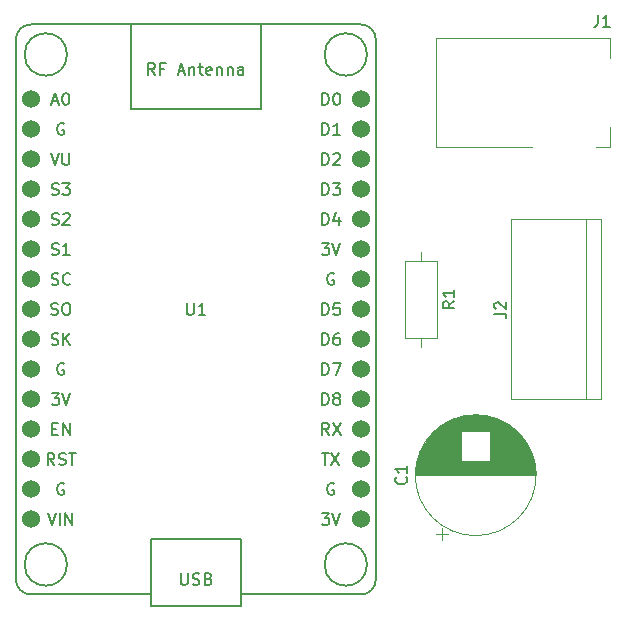
<source format=gbr>
%TF.GenerationSoftware,KiCad,Pcbnew,6.0.11-2627ca5db0~126~ubuntu22.04.1*%
%TF.CreationDate,2023-09-07T22:45:24+02:00*%
%TF.ProjectId,pcb,7063622e-6b69-4636-9164-5f7063625858,rev?*%
%TF.SameCoordinates,Original*%
%TF.FileFunction,Legend,Top*%
%TF.FilePolarity,Positive*%
%FSLAX46Y46*%
G04 Gerber Fmt 4.6, Leading zero omitted, Abs format (unit mm)*
G04 Created by KiCad (PCBNEW 6.0.11-2627ca5db0~126~ubuntu22.04.1) date 2023-09-07 22:45:24*
%MOMM*%
%LPD*%
G01*
G04 APERTURE LIST*
%ADD10C,0.150000*%
%ADD11C,0.120000*%
%ADD12C,1.524000*%
G04 APERTURE END LIST*
D10*
%TO.C,R1*%
X90472380Y-113611666D02*
X89996190Y-113945000D01*
X90472380Y-114183095D02*
X89472380Y-114183095D01*
X89472380Y-113802142D01*
X89520000Y-113706904D01*
X89567619Y-113659285D01*
X89662857Y-113611666D01*
X89805714Y-113611666D01*
X89900952Y-113659285D01*
X89948571Y-113706904D01*
X89996190Y-113802142D01*
X89996190Y-114183095D01*
X90472380Y-112659285D02*
X90472380Y-113230714D01*
X90472380Y-112945000D02*
X89472380Y-112945000D01*
X89615238Y-113040238D01*
X89710476Y-113135476D01*
X89758095Y-113230714D01*
%TO.C,J2*%
X93862380Y-114663333D02*
X94576666Y-114663333D01*
X94719523Y-114710952D01*
X94814761Y-114806190D01*
X94862380Y-114949047D01*
X94862380Y-115044285D01*
X93957619Y-114234761D02*
X93910000Y-114187142D01*
X93862380Y-114091904D01*
X93862380Y-113853809D01*
X93910000Y-113758571D01*
X93957619Y-113710952D01*
X94052857Y-113663333D01*
X94148095Y-113663333D01*
X94290952Y-113710952D01*
X94862380Y-114282380D01*
X94862380Y-113663333D01*
%TO.C,J1*%
X102636666Y-89372380D02*
X102636666Y-90086666D01*
X102589047Y-90229523D01*
X102493809Y-90324761D01*
X102350952Y-90372380D01*
X102255714Y-90372380D01*
X103636666Y-90372380D02*
X103065238Y-90372380D01*
X103350952Y-90372380D02*
X103350952Y-89372380D01*
X103255714Y-89515238D01*
X103160476Y-89610476D01*
X103065238Y-89658095D01*
%TO.C,C1*%
X86382142Y-128495527D02*
X86429761Y-128543146D01*
X86477380Y-128686003D01*
X86477380Y-128781241D01*
X86429761Y-128924099D01*
X86334523Y-129019337D01*
X86239285Y-129066956D01*
X86048809Y-129114575D01*
X85905952Y-129114575D01*
X85715476Y-129066956D01*
X85620238Y-129019337D01*
X85525000Y-128924099D01*
X85477380Y-128781241D01*
X85477380Y-128686003D01*
X85525000Y-128543146D01*
X85572619Y-128495527D01*
X86477380Y-127543146D02*
X86477380Y-128114575D01*
X86477380Y-127828861D02*
X85477380Y-127828861D01*
X85620238Y-127924099D01*
X85715476Y-128019337D01*
X85763095Y-128114575D01*
%TO.C,U1*%
X67818095Y-113752380D02*
X67818095Y-114561904D01*
X67865714Y-114657142D01*
X67913333Y-114704761D01*
X68008571Y-114752380D01*
X68199047Y-114752380D01*
X68294285Y-114704761D01*
X68341904Y-114657142D01*
X68389523Y-114561904D01*
X68389523Y-113752380D01*
X69389523Y-114752380D02*
X68818095Y-114752380D01*
X69103809Y-114752380D02*
X69103809Y-113752380D01*
X69008571Y-113895238D01*
X68913333Y-113990476D01*
X68818095Y-114038095D01*
X67318095Y-136612380D02*
X67318095Y-137421904D01*
X67365714Y-137517142D01*
X67413333Y-137564761D01*
X67508571Y-137612380D01*
X67699047Y-137612380D01*
X67794285Y-137564761D01*
X67841904Y-137517142D01*
X67889523Y-137421904D01*
X67889523Y-136612380D01*
X68318095Y-137564761D02*
X68460952Y-137612380D01*
X68699047Y-137612380D01*
X68794285Y-137564761D01*
X68841904Y-137517142D01*
X68889523Y-137421904D01*
X68889523Y-137326666D01*
X68841904Y-137231428D01*
X68794285Y-137183809D01*
X68699047Y-137136190D01*
X68508571Y-137088571D01*
X68413333Y-137040952D01*
X68365714Y-136993333D01*
X68318095Y-136898095D01*
X68318095Y-136802857D01*
X68365714Y-136707619D01*
X68413333Y-136660000D01*
X68508571Y-136612380D01*
X68746666Y-136612380D01*
X68889523Y-136660000D01*
X69651428Y-137088571D02*
X69794285Y-137136190D01*
X69841904Y-137183809D01*
X69889523Y-137279047D01*
X69889523Y-137421904D01*
X69841904Y-137517142D01*
X69794285Y-137564761D01*
X69699047Y-137612380D01*
X69318095Y-137612380D01*
X69318095Y-136612380D01*
X69651428Y-136612380D01*
X69746666Y-136660000D01*
X69794285Y-136707619D01*
X69841904Y-136802857D01*
X69841904Y-136898095D01*
X69794285Y-136993333D01*
X69746666Y-137040952D01*
X69651428Y-137088571D01*
X69318095Y-137088571D01*
X65127619Y-94432380D02*
X64794285Y-93956190D01*
X64556190Y-94432380D02*
X64556190Y-93432380D01*
X64937142Y-93432380D01*
X65032380Y-93480000D01*
X65080000Y-93527619D01*
X65127619Y-93622857D01*
X65127619Y-93765714D01*
X65080000Y-93860952D01*
X65032380Y-93908571D01*
X64937142Y-93956190D01*
X64556190Y-93956190D01*
X65889523Y-93908571D02*
X65556190Y-93908571D01*
X65556190Y-94432380D02*
X65556190Y-93432380D01*
X66032380Y-93432380D01*
X67127619Y-94146666D02*
X67603809Y-94146666D01*
X67032380Y-94432380D02*
X67365714Y-93432380D01*
X67699047Y-94432380D01*
X68032380Y-93765714D02*
X68032380Y-94432380D01*
X68032380Y-93860952D02*
X68080000Y-93813333D01*
X68175238Y-93765714D01*
X68318095Y-93765714D01*
X68413333Y-93813333D01*
X68460952Y-93908571D01*
X68460952Y-94432380D01*
X68794285Y-93765714D02*
X69175238Y-93765714D01*
X68937142Y-93432380D02*
X68937142Y-94289523D01*
X68984761Y-94384761D01*
X69080000Y-94432380D01*
X69175238Y-94432380D01*
X69889523Y-94384761D02*
X69794285Y-94432380D01*
X69603809Y-94432380D01*
X69508571Y-94384761D01*
X69460952Y-94289523D01*
X69460952Y-93908571D01*
X69508571Y-93813333D01*
X69603809Y-93765714D01*
X69794285Y-93765714D01*
X69889523Y-93813333D01*
X69937142Y-93908571D01*
X69937142Y-94003809D01*
X69460952Y-94099047D01*
X70365714Y-93765714D02*
X70365714Y-94432380D01*
X70365714Y-93860952D02*
X70413333Y-93813333D01*
X70508571Y-93765714D01*
X70651428Y-93765714D01*
X70746666Y-93813333D01*
X70794285Y-93908571D01*
X70794285Y-94432380D01*
X71270476Y-93765714D02*
X71270476Y-94432380D01*
X71270476Y-93860952D02*
X71318095Y-93813333D01*
X71413333Y-93765714D01*
X71556190Y-93765714D01*
X71651428Y-93813333D01*
X71699047Y-93908571D01*
X71699047Y-94432380D01*
X72603809Y-94432380D02*
X72603809Y-93908571D01*
X72556190Y-93813333D01*
X72460952Y-93765714D01*
X72270476Y-93765714D01*
X72175238Y-93813333D01*
X72603809Y-94384761D02*
X72508571Y-94432380D01*
X72270476Y-94432380D01*
X72175238Y-94384761D01*
X72127619Y-94289523D01*
X72127619Y-94194285D01*
X72175238Y-94099047D01*
X72270476Y-94051428D01*
X72508571Y-94051428D01*
X72603809Y-94003809D01*
X56054761Y-131532380D02*
X56388095Y-132532380D01*
X56721428Y-131532380D01*
X57054761Y-132532380D02*
X57054761Y-131532380D01*
X57530952Y-132532380D02*
X57530952Y-131532380D01*
X58102380Y-132532380D01*
X58102380Y-131532380D01*
X57411904Y-129040000D02*
X57316666Y-128992380D01*
X57173809Y-128992380D01*
X57030952Y-129040000D01*
X56935714Y-129135238D01*
X56888095Y-129230476D01*
X56840476Y-129420952D01*
X56840476Y-129563809D01*
X56888095Y-129754285D01*
X56935714Y-129849523D01*
X57030952Y-129944761D01*
X57173809Y-129992380D01*
X57269047Y-129992380D01*
X57411904Y-129944761D01*
X57459523Y-129897142D01*
X57459523Y-129563809D01*
X57269047Y-129563809D01*
X56602380Y-127452380D02*
X56269047Y-126976190D01*
X56030952Y-127452380D02*
X56030952Y-126452380D01*
X56411904Y-126452380D01*
X56507142Y-126500000D01*
X56554761Y-126547619D01*
X56602380Y-126642857D01*
X56602380Y-126785714D01*
X56554761Y-126880952D01*
X56507142Y-126928571D01*
X56411904Y-126976190D01*
X56030952Y-126976190D01*
X56983333Y-127404761D02*
X57126190Y-127452380D01*
X57364285Y-127452380D01*
X57459523Y-127404761D01*
X57507142Y-127357142D01*
X57554761Y-127261904D01*
X57554761Y-127166666D01*
X57507142Y-127071428D01*
X57459523Y-127023809D01*
X57364285Y-126976190D01*
X57173809Y-126928571D01*
X57078571Y-126880952D01*
X57030952Y-126833333D01*
X56983333Y-126738095D01*
X56983333Y-126642857D01*
X57030952Y-126547619D01*
X57078571Y-126500000D01*
X57173809Y-126452380D01*
X57411904Y-126452380D01*
X57554761Y-126500000D01*
X57840476Y-126452380D02*
X58411904Y-126452380D01*
X58126190Y-127452380D02*
X58126190Y-126452380D01*
X56411904Y-124388571D02*
X56745238Y-124388571D01*
X56888095Y-124912380D02*
X56411904Y-124912380D01*
X56411904Y-123912380D01*
X56888095Y-123912380D01*
X57316666Y-124912380D02*
X57316666Y-123912380D01*
X57888095Y-124912380D01*
X57888095Y-123912380D01*
X56388095Y-121372380D02*
X57007142Y-121372380D01*
X56673809Y-121753333D01*
X56816666Y-121753333D01*
X56911904Y-121800952D01*
X56959523Y-121848571D01*
X57007142Y-121943809D01*
X57007142Y-122181904D01*
X56959523Y-122277142D01*
X56911904Y-122324761D01*
X56816666Y-122372380D01*
X56530952Y-122372380D01*
X56435714Y-122324761D01*
X56388095Y-122277142D01*
X57292857Y-121372380D02*
X57626190Y-122372380D01*
X57959523Y-121372380D01*
X57411904Y-118880000D02*
X57316666Y-118832380D01*
X57173809Y-118832380D01*
X57030952Y-118880000D01*
X56935714Y-118975238D01*
X56888095Y-119070476D01*
X56840476Y-119260952D01*
X56840476Y-119403809D01*
X56888095Y-119594285D01*
X56935714Y-119689523D01*
X57030952Y-119784761D01*
X57173809Y-119832380D01*
X57269047Y-119832380D01*
X57411904Y-119784761D01*
X57459523Y-119737142D01*
X57459523Y-119403809D01*
X57269047Y-119403809D01*
X56364285Y-117244761D02*
X56507142Y-117292380D01*
X56745238Y-117292380D01*
X56840476Y-117244761D01*
X56888095Y-117197142D01*
X56935714Y-117101904D01*
X56935714Y-117006666D01*
X56888095Y-116911428D01*
X56840476Y-116863809D01*
X56745238Y-116816190D01*
X56554761Y-116768571D01*
X56459523Y-116720952D01*
X56411904Y-116673333D01*
X56364285Y-116578095D01*
X56364285Y-116482857D01*
X56411904Y-116387619D01*
X56459523Y-116340000D01*
X56554761Y-116292380D01*
X56792857Y-116292380D01*
X56935714Y-116340000D01*
X57364285Y-117292380D02*
X57364285Y-116292380D01*
X57935714Y-117292380D02*
X57507142Y-116720952D01*
X57935714Y-116292380D02*
X57364285Y-116863809D01*
X56340476Y-114704761D02*
X56483333Y-114752380D01*
X56721428Y-114752380D01*
X56816666Y-114704761D01*
X56864285Y-114657142D01*
X56911904Y-114561904D01*
X56911904Y-114466666D01*
X56864285Y-114371428D01*
X56816666Y-114323809D01*
X56721428Y-114276190D01*
X56530952Y-114228571D01*
X56435714Y-114180952D01*
X56388095Y-114133333D01*
X56340476Y-114038095D01*
X56340476Y-113942857D01*
X56388095Y-113847619D01*
X56435714Y-113800000D01*
X56530952Y-113752380D01*
X56769047Y-113752380D01*
X56911904Y-113800000D01*
X57530952Y-113752380D02*
X57721428Y-113752380D01*
X57816666Y-113800000D01*
X57911904Y-113895238D01*
X57959523Y-114085714D01*
X57959523Y-114419047D01*
X57911904Y-114609523D01*
X57816666Y-114704761D01*
X57721428Y-114752380D01*
X57530952Y-114752380D01*
X57435714Y-114704761D01*
X57340476Y-114609523D01*
X57292857Y-114419047D01*
X57292857Y-114085714D01*
X57340476Y-113895238D01*
X57435714Y-113800000D01*
X57530952Y-113752380D01*
X56364285Y-112164761D02*
X56507142Y-112212380D01*
X56745238Y-112212380D01*
X56840476Y-112164761D01*
X56888095Y-112117142D01*
X56935714Y-112021904D01*
X56935714Y-111926666D01*
X56888095Y-111831428D01*
X56840476Y-111783809D01*
X56745238Y-111736190D01*
X56554761Y-111688571D01*
X56459523Y-111640952D01*
X56411904Y-111593333D01*
X56364285Y-111498095D01*
X56364285Y-111402857D01*
X56411904Y-111307619D01*
X56459523Y-111260000D01*
X56554761Y-111212380D01*
X56792857Y-111212380D01*
X56935714Y-111260000D01*
X57935714Y-112117142D02*
X57888095Y-112164761D01*
X57745238Y-112212380D01*
X57650000Y-112212380D01*
X57507142Y-112164761D01*
X57411904Y-112069523D01*
X57364285Y-111974285D01*
X57316666Y-111783809D01*
X57316666Y-111640952D01*
X57364285Y-111450476D01*
X57411904Y-111355238D01*
X57507142Y-111260000D01*
X57650000Y-111212380D01*
X57745238Y-111212380D01*
X57888095Y-111260000D01*
X57935714Y-111307619D01*
X56388095Y-109624761D02*
X56530952Y-109672380D01*
X56769047Y-109672380D01*
X56864285Y-109624761D01*
X56911904Y-109577142D01*
X56959523Y-109481904D01*
X56959523Y-109386666D01*
X56911904Y-109291428D01*
X56864285Y-109243809D01*
X56769047Y-109196190D01*
X56578571Y-109148571D01*
X56483333Y-109100952D01*
X56435714Y-109053333D01*
X56388095Y-108958095D01*
X56388095Y-108862857D01*
X56435714Y-108767619D01*
X56483333Y-108720000D01*
X56578571Y-108672380D01*
X56816666Y-108672380D01*
X56959523Y-108720000D01*
X57911904Y-109672380D02*
X57340476Y-109672380D01*
X57626190Y-109672380D02*
X57626190Y-108672380D01*
X57530952Y-108815238D01*
X57435714Y-108910476D01*
X57340476Y-108958095D01*
X56388095Y-107084761D02*
X56530952Y-107132380D01*
X56769047Y-107132380D01*
X56864285Y-107084761D01*
X56911904Y-107037142D01*
X56959523Y-106941904D01*
X56959523Y-106846666D01*
X56911904Y-106751428D01*
X56864285Y-106703809D01*
X56769047Y-106656190D01*
X56578571Y-106608571D01*
X56483333Y-106560952D01*
X56435714Y-106513333D01*
X56388095Y-106418095D01*
X56388095Y-106322857D01*
X56435714Y-106227619D01*
X56483333Y-106180000D01*
X56578571Y-106132380D01*
X56816666Y-106132380D01*
X56959523Y-106180000D01*
X57340476Y-106227619D02*
X57388095Y-106180000D01*
X57483333Y-106132380D01*
X57721428Y-106132380D01*
X57816666Y-106180000D01*
X57864285Y-106227619D01*
X57911904Y-106322857D01*
X57911904Y-106418095D01*
X57864285Y-106560952D01*
X57292857Y-107132380D01*
X57911904Y-107132380D01*
X56388095Y-104544761D02*
X56530952Y-104592380D01*
X56769047Y-104592380D01*
X56864285Y-104544761D01*
X56911904Y-104497142D01*
X56959523Y-104401904D01*
X56959523Y-104306666D01*
X56911904Y-104211428D01*
X56864285Y-104163809D01*
X56769047Y-104116190D01*
X56578571Y-104068571D01*
X56483333Y-104020952D01*
X56435714Y-103973333D01*
X56388095Y-103878095D01*
X56388095Y-103782857D01*
X56435714Y-103687619D01*
X56483333Y-103640000D01*
X56578571Y-103592380D01*
X56816666Y-103592380D01*
X56959523Y-103640000D01*
X57292857Y-103592380D02*
X57911904Y-103592380D01*
X57578571Y-103973333D01*
X57721428Y-103973333D01*
X57816666Y-104020952D01*
X57864285Y-104068571D01*
X57911904Y-104163809D01*
X57911904Y-104401904D01*
X57864285Y-104497142D01*
X57816666Y-104544761D01*
X57721428Y-104592380D01*
X57435714Y-104592380D01*
X57340476Y-104544761D01*
X57292857Y-104497142D01*
X56292857Y-101052380D02*
X56626190Y-102052380D01*
X56959523Y-101052380D01*
X57292857Y-101052380D02*
X57292857Y-101861904D01*
X57340476Y-101957142D01*
X57388095Y-102004761D01*
X57483333Y-102052380D01*
X57673809Y-102052380D01*
X57769047Y-102004761D01*
X57816666Y-101957142D01*
X57864285Y-101861904D01*
X57864285Y-101052380D01*
X57411904Y-98560000D02*
X57316666Y-98512380D01*
X57173809Y-98512380D01*
X57030952Y-98560000D01*
X56935714Y-98655238D01*
X56888095Y-98750476D01*
X56840476Y-98940952D01*
X56840476Y-99083809D01*
X56888095Y-99274285D01*
X56935714Y-99369523D01*
X57030952Y-99464761D01*
X57173809Y-99512380D01*
X57269047Y-99512380D01*
X57411904Y-99464761D01*
X57459523Y-99417142D01*
X57459523Y-99083809D01*
X57269047Y-99083809D01*
X56435714Y-96686666D02*
X56911904Y-96686666D01*
X56340476Y-96972380D02*
X56673809Y-95972380D01*
X57007142Y-96972380D01*
X57530952Y-95972380D02*
X57626190Y-95972380D01*
X57721428Y-96020000D01*
X57769047Y-96067619D01*
X57816666Y-96162857D01*
X57864285Y-96353333D01*
X57864285Y-96591428D01*
X57816666Y-96781904D01*
X57769047Y-96877142D01*
X57721428Y-96924761D01*
X57626190Y-96972380D01*
X57530952Y-96972380D01*
X57435714Y-96924761D01*
X57388095Y-96877142D01*
X57340476Y-96781904D01*
X57292857Y-96591428D01*
X57292857Y-96353333D01*
X57340476Y-96162857D01*
X57388095Y-96067619D01*
X57435714Y-96020000D01*
X57530952Y-95972380D01*
X79248095Y-131532380D02*
X79867142Y-131532380D01*
X79533809Y-131913333D01*
X79676666Y-131913333D01*
X79771904Y-131960952D01*
X79819523Y-132008571D01*
X79867142Y-132103809D01*
X79867142Y-132341904D01*
X79819523Y-132437142D01*
X79771904Y-132484761D01*
X79676666Y-132532380D01*
X79390952Y-132532380D01*
X79295714Y-132484761D01*
X79248095Y-132437142D01*
X80152857Y-131532380D02*
X80486190Y-132532380D01*
X80819523Y-131532380D01*
X80271904Y-129040000D02*
X80176666Y-128992380D01*
X80033809Y-128992380D01*
X79890952Y-129040000D01*
X79795714Y-129135238D01*
X79748095Y-129230476D01*
X79700476Y-129420952D01*
X79700476Y-129563809D01*
X79748095Y-129754285D01*
X79795714Y-129849523D01*
X79890952Y-129944761D01*
X80033809Y-129992380D01*
X80129047Y-129992380D01*
X80271904Y-129944761D01*
X80319523Y-129897142D01*
X80319523Y-129563809D01*
X80129047Y-129563809D01*
X79248095Y-126452380D02*
X79819523Y-126452380D01*
X79533809Y-127452380D02*
X79533809Y-126452380D01*
X80057619Y-126452380D02*
X80724285Y-127452380D01*
X80724285Y-126452380D02*
X80057619Y-127452380D01*
X79843333Y-124912380D02*
X79510000Y-124436190D01*
X79271904Y-124912380D02*
X79271904Y-123912380D01*
X79652857Y-123912380D01*
X79748095Y-123960000D01*
X79795714Y-124007619D01*
X79843333Y-124102857D01*
X79843333Y-124245714D01*
X79795714Y-124340952D01*
X79748095Y-124388571D01*
X79652857Y-124436190D01*
X79271904Y-124436190D01*
X80176666Y-123912380D02*
X80843333Y-124912380D01*
X80843333Y-123912380D02*
X80176666Y-124912380D01*
X79271904Y-122372380D02*
X79271904Y-121372380D01*
X79510000Y-121372380D01*
X79652857Y-121420000D01*
X79748095Y-121515238D01*
X79795714Y-121610476D01*
X79843333Y-121800952D01*
X79843333Y-121943809D01*
X79795714Y-122134285D01*
X79748095Y-122229523D01*
X79652857Y-122324761D01*
X79510000Y-122372380D01*
X79271904Y-122372380D01*
X80414761Y-121800952D02*
X80319523Y-121753333D01*
X80271904Y-121705714D01*
X80224285Y-121610476D01*
X80224285Y-121562857D01*
X80271904Y-121467619D01*
X80319523Y-121420000D01*
X80414761Y-121372380D01*
X80605238Y-121372380D01*
X80700476Y-121420000D01*
X80748095Y-121467619D01*
X80795714Y-121562857D01*
X80795714Y-121610476D01*
X80748095Y-121705714D01*
X80700476Y-121753333D01*
X80605238Y-121800952D01*
X80414761Y-121800952D01*
X80319523Y-121848571D01*
X80271904Y-121896190D01*
X80224285Y-121991428D01*
X80224285Y-122181904D01*
X80271904Y-122277142D01*
X80319523Y-122324761D01*
X80414761Y-122372380D01*
X80605238Y-122372380D01*
X80700476Y-122324761D01*
X80748095Y-122277142D01*
X80795714Y-122181904D01*
X80795714Y-121991428D01*
X80748095Y-121896190D01*
X80700476Y-121848571D01*
X80605238Y-121800952D01*
X79271904Y-119832380D02*
X79271904Y-118832380D01*
X79510000Y-118832380D01*
X79652857Y-118880000D01*
X79748095Y-118975238D01*
X79795714Y-119070476D01*
X79843333Y-119260952D01*
X79843333Y-119403809D01*
X79795714Y-119594285D01*
X79748095Y-119689523D01*
X79652857Y-119784761D01*
X79510000Y-119832380D01*
X79271904Y-119832380D01*
X80176666Y-118832380D02*
X80843333Y-118832380D01*
X80414761Y-119832380D01*
X79271904Y-117292380D02*
X79271904Y-116292380D01*
X79510000Y-116292380D01*
X79652857Y-116340000D01*
X79748095Y-116435238D01*
X79795714Y-116530476D01*
X79843333Y-116720952D01*
X79843333Y-116863809D01*
X79795714Y-117054285D01*
X79748095Y-117149523D01*
X79652857Y-117244761D01*
X79510000Y-117292380D01*
X79271904Y-117292380D01*
X80700476Y-116292380D02*
X80510000Y-116292380D01*
X80414761Y-116340000D01*
X80367142Y-116387619D01*
X80271904Y-116530476D01*
X80224285Y-116720952D01*
X80224285Y-117101904D01*
X80271904Y-117197142D01*
X80319523Y-117244761D01*
X80414761Y-117292380D01*
X80605238Y-117292380D01*
X80700476Y-117244761D01*
X80748095Y-117197142D01*
X80795714Y-117101904D01*
X80795714Y-116863809D01*
X80748095Y-116768571D01*
X80700476Y-116720952D01*
X80605238Y-116673333D01*
X80414761Y-116673333D01*
X80319523Y-116720952D01*
X80271904Y-116768571D01*
X80224285Y-116863809D01*
X79271904Y-114752380D02*
X79271904Y-113752380D01*
X79510000Y-113752380D01*
X79652857Y-113800000D01*
X79748095Y-113895238D01*
X79795714Y-113990476D01*
X79843333Y-114180952D01*
X79843333Y-114323809D01*
X79795714Y-114514285D01*
X79748095Y-114609523D01*
X79652857Y-114704761D01*
X79510000Y-114752380D01*
X79271904Y-114752380D01*
X80748095Y-113752380D02*
X80271904Y-113752380D01*
X80224285Y-114228571D01*
X80271904Y-114180952D01*
X80367142Y-114133333D01*
X80605238Y-114133333D01*
X80700476Y-114180952D01*
X80748095Y-114228571D01*
X80795714Y-114323809D01*
X80795714Y-114561904D01*
X80748095Y-114657142D01*
X80700476Y-114704761D01*
X80605238Y-114752380D01*
X80367142Y-114752380D01*
X80271904Y-114704761D01*
X80224285Y-114657142D01*
X80271904Y-111260000D02*
X80176666Y-111212380D01*
X80033809Y-111212380D01*
X79890952Y-111260000D01*
X79795714Y-111355238D01*
X79748095Y-111450476D01*
X79700476Y-111640952D01*
X79700476Y-111783809D01*
X79748095Y-111974285D01*
X79795714Y-112069523D01*
X79890952Y-112164761D01*
X80033809Y-112212380D01*
X80129047Y-112212380D01*
X80271904Y-112164761D01*
X80319523Y-112117142D01*
X80319523Y-111783809D01*
X80129047Y-111783809D01*
X79248095Y-108672380D02*
X79867142Y-108672380D01*
X79533809Y-109053333D01*
X79676666Y-109053333D01*
X79771904Y-109100952D01*
X79819523Y-109148571D01*
X79867142Y-109243809D01*
X79867142Y-109481904D01*
X79819523Y-109577142D01*
X79771904Y-109624761D01*
X79676666Y-109672380D01*
X79390952Y-109672380D01*
X79295714Y-109624761D01*
X79248095Y-109577142D01*
X80152857Y-108672380D02*
X80486190Y-109672380D01*
X80819523Y-108672380D01*
X79271904Y-107132380D02*
X79271904Y-106132380D01*
X79510000Y-106132380D01*
X79652857Y-106180000D01*
X79748095Y-106275238D01*
X79795714Y-106370476D01*
X79843333Y-106560952D01*
X79843333Y-106703809D01*
X79795714Y-106894285D01*
X79748095Y-106989523D01*
X79652857Y-107084761D01*
X79510000Y-107132380D01*
X79271904Y-107132380D01*
X80700476Y-106465714D02*
X80700476Y-107132380D01*
X80462380Y-106084761D02*
X80224285Y-106799047D01*
X80843333Y-106799047D01*
X79271904Y-104592380D02*
X79271904Y-103592380D01*
X79510000Y-103592380D01*
X79652857Y-103640000D01*
X79748095Y-103735238D01*
X79795714Y-103830476D01*
X79843333Y-104020952D01*
X79843333Y-104163809D01*
X79795714Y-104354285D01*
X79748095Y-104449523D01*
X79652857Y-104544761D01*
X79510000Y-104592380D01*
X79271904Y-104592380D01*
X80176666Y-103592380D02*
X80795714Y-103592380D01*
X80462380Y-103973333D01*
X80605238Y-103973333D01*
X80700476Y-104020952D01*
X80748095Y-104068571D01*
X80795714Y-104163809D01*
X80795714Y-104401904D01*
X80748095Y-104497142D01*
X80700476Y-104544761D01*
X80605238Y-104592380D01*
X80319523Y-104592380D01*
X80224285Y-104544761D01*
X80176666Y-104497142D01*
X79271904Y-102052380D02*
X79271904Y-101052380D01*
X79510000Y-101052380D01*
X79652857Y-101100000D01*
X79748095Y-101195238D01*
X79795714Y-101290476D01*
X79843333Y-101480952D01*
X79843333Y-101623809D01*
X79795714Y-101814285D01*
X79748095Y-101909523D01*
X79652857Y-102004761D01*
X79510000Y-102052380D01*
X79271904Y-102052380D01*
X80224285Y-101147619D02*
X80271904Y-101100000D01*
X80367142Y-101052380D01*
X80605238Y-101052380D01*
X80700476Y-101100000D01*
X80748095Y-101147619D01*
X80795714Y-101242857D01*
X80795714Y-101338095D01*
X80748095Y-101480952D01*
X80176666Y-102052380D01*
X80795714Y-102052380D01*
X79271904Y-99512380D02*
X79271904Y-98512380D01*
X79510000Y-98512380D01*
X79652857Y-98560000D01*
X79748095Y-98655238D01*
X79795714Y-98750476D01*
X79843333Y-98940952D01*
X79843333Y-99083809D01*
X79795714Y-99274285D01*
X79748095Y-99369523D01*
X79652857Y-99464761D01*
X79510000Y-99512380D01*
X79271904Y-99512380D01*
X80795714Y-99512380D02*
X80224285Y-99512380D01*
X80510000Y-99512380D02*
X80510000Y-98512380D01*
X80414761Y-98655238D01*
X80319523Y-98750476D01*
X80224285Y-98798095D01*
X79271904Y-96972380D02*
X79271904Y-95972380D01*
X79510000Y-95972380D01*
X79652857Y-96020000D01*
X79748095Y-96115238D01*
X79795714Y-96210476D01*
X79843333Y-96400952D01*
X79843333Y-96543809D01*
X79795714Y-96734285D01*
X79748095Y-96829523D01*
X79652857Y-96924761D01*
X79510000Y-96972380D01*
X79271904Y-96972380D01*
X80462380Y-95972380D02*
X80557619Y-95972380D01*
X80652857Y-96020000D01*
X80700476Y-96067619D01*
X80748095Y-96162857D01*
X80795714Y-96353333D01*
X80795714Y-96591428D01*
X80748095Y-96781904D01*
X80700476Y-96877142D01*
X80652857Y-96924761D01*
X80557619Y-96972380D01*
X80462380Y-96972380D01*
X80367142Y-96924761D01*
X80319523Y-96877142D01*
X80271904Y-96781904D01*
X80224285Y-96591428D01*
X80224285Y-96353333D01*
X80271904Y-96162857D01*
X80319523Y-96067619D01*
X80367142Y-96020000D01*
X80462380Y-95972380D01*
D11*
%TO.C,R1*%
X89020000Y-116715000D02*
X89020000Y-110175000D01*
X86280000Y-110175000D02*
X86280000Y-116715000D01*
X86280000Y-116715000D02*
X89020000Y-116715000D01*
X89020000Y-110175000D02*
X86280000Y-110175000D01*
X87650000Y-109405000D02*
X87650000Y-110175000D01*
X87650000Y-117485000D02*
X87650000Y-116715000D01*
%TO.C,J2*%
X102870000Y-121920000D02*
X95250000Y-121920000D01*
X102870000Y-121920000D02*
X102870000Y-106680000D01*
X101600000Y-121920000D02*
X101600000Y-106680000D01*
X102870000Y-106680000D02*
X95250000Y-106680000D01*
X95250000Y-121920000D02*
X95250000Y-106680000D01*
%TO.C,J1*%
X103690000Y-100540000D02*
X103690000Y-98870000D01*
X103690000Y-91300000D02*
X88950000Y-91300000D01*
X88950000Y-91300000D02*
X88950000Y-100540000D01*
X88950000Y-100540000D02*
X97070000Y-100540000D01*
X103690000Y-92970000D02*
X103690000Y-91300000D01*
X102470000Y-100540000D02*
X103690000Y-100540000D01*
%TO.C,C1*%
X97395000Y-128328861D02*
G75*
G03*
X97395000Y-128328861I-5120000J0D01*
G01*
X87230000Y-127728861D02*
X97320000Y-127728861D01*
X87195000Y-128328861D02*
X97355000Y-128328861D01*
X93516000Y-125727861D02*
X96646000Y-125727861D01*
X93516000Y-125407861D02*
X96441000Y-125407861D01*
X93516000Y-125607861D02*
X96573000Y-125607861D01*
X87813000Y-125887861D02*
X91034000Y-125887861D01*
X93516000Y-125687861D02*
X96622000Y-125687861D01*
X93516000Y-126287861D02*
X96932000Y-126287861D01*
X89445000Y-124087861D02*
X95105000Y-124087861D01*
X88195000Y-125287861D02*
X91034000Y-125287861D01*
X87585000Y-126367861D02*
X91034000Y-126367861D01*
X87390000Y-126927861D02*
X91034000Y-126927861D01*
X91413000Y-123287861D02*
X93137000Y-123287861D01*
X87378000Y-126967861D02*
X91034000Y-126967861D01*
X88674000Y-124727861D02*
X91034000Y-124727861D01*
X87478000Y-126647861D02*
X91034000Y-126647861D01*
X90331000Y-123607861D02*
X94219000Y-123607861D01*
X87207000Y-127968861D02*
X97343000Y-127968861D01*
X87225000Y-127768861D02*
X97325000Y-127768861D01*
X89119000Y-124327861D02*
X95431000Y-124327861D01*
X93516000Y-126007861D02*
X96800000Y-126007861D01*
X87636000Y-126247861D02*
X91034000Y-126247861D01*
X93516000Y-124687861D02*
X95836000Y-124687861D01*
X93516000Y-125167861D02*
X96264000Y-125167861D01*
X87977000Y-125607861D02*
X91034000Y-125607861D01*
X88559000Y-124847861D02*
X91034000Y-124847861D01*
X87240000Y-127648861D02*
X97310000Y-127648861D01*
X93516000Y-126967861D02*
X97172000Y-126967861D01*
X87771000Y-125967861D02*
X91034000Y-125967861D01*
X87464000Y-126687861D02*
X91034000Y-126687861D01*
X93516000Y-125527861D02*
X96522000Y-125527861D01*
X93516000Y-125047861D02*
X96167000Y-125047861D01*
X90066000Y-123727861D02*
X94484000Y-123727861D01*
X87271000Y-127447861D02*
X97279000Y-127447861D01*
X87401000Y-126887861D02*
X91034000Y-126887861D01*
X87198000Y-128128861D02*
X97352000Y-128128861D01*
X93516000Y-124847861D02*
X95991000Y-124847861D01*
X87319000Y-127207861D02*
X97231000Y-127207861D01*
X87221000Y-127808861D02*
X97329000Y-127808861D01*
X93516000Y-125807861D02*
X96692000Y-125807861D01*
X87492000Y-126607861D02*
X91034000Y-126607861D01*
X93516000Y-126767861D02*
X97112000Y-126767861D01*
X87618000Y-126287861D02*
X91034000Y-126287861D01*
X93516000Y-124807861D02*
X95954000Y-124807861D01*
X88417000Y-125007861D02*
X91034000Y-125007861D01*
X93516000Y-125847861D02*
X96715000Y-125847861D01*
X87537000Y-126487861D02*
X91034000Y-126487861D01*
X93516000Y-126927861D02*
X97160000Y-126927861D01*
X88928000Y-124487861D02*
X95622000Y-124487861D01*
X87451000Y-126727861D02*
X91034000Y-126727861D01*
X88350000Y-125087861D02*
X91034000Y-125087861D01*
X87301000Y-127287861D02*
X97249000Y-127287861D01*
X93516000Y-125247861D02*
X96325000Y-125247861D01*
X87730000Y-126047861D02*
X91034000Y-126047861D01*
X93516000Y-124967861D02*
X96099000Y-124967861D01*
X93516000Y-125567861D02*
X96548000Y-125567861D01*
X89021000Y-124407861D02*
X95529000Y-124407861D01*
X88974000Y-124447861D02*
X95576000Y-124447861D01*
X88451000Y-124967861D02*
X91034000Y-124967861D01*
X87202000Y-128048861D02*
X97348000Y-128048861D01*
X93516000Y-125767861D02*
X96670000Y-125767861D01*
X89765000Y-123887861D02*
X94785000Y-123887861D01*
X87928000Y-125687861D02*
X91034000Y-125687861D01*
X93516000Y-126687861D02*
X97086000Y-126687861D01*
X87210000Y-127928861D02*
X97340000Y-127928861D01*
X89169000Y-124287861D02*
X95381000Y-124287861D01*
X93516000Y-125127861D02*
X96232000Y-125127861D01*
X93516000Y-126367861D02*
X96965000Y-126367861D01*
X93516000Y-125887861D02*
X96737000Y-125887861D01*
X87200000Y-128088861D02*
X97350000Y-128088861D01*
X87357000Y-127047861D02*
X91034000Y-127047861D01*
X89696000Y-123927861D02*
X94854000Y-123927861D01*
X93516000Y-124927861D02*
X96064000Y-124927861D01*
X88900000Y-133308507D02*
X89900000Y-133308507D01*
X87197000Y-128168861D02*
X97353000Y-128168861D01*
X87691000Y-126127861D02*
X91034000Y-126127861D01*
X87347000Y-127087861D02*
X97203000Y-127087861D01*
X93516000Y-126047861D02*
X96820000Y-126047861D01*
X93516000Y-124767861D02*
X95915000Y-124767861D01*
X87904000Y-125727861D02*
X91034000Y-125727861D01*
X88635000Y-124767861D02*
X91034000Y-124767861D01*
X88522000Y-124887861D02*
X91034000Y-124887861D01*
X93516000Y-126527861D02*
X97029000Y-126527861D01*
X93516000Y-126487861D02*
X97013000Y-126487861D01*
X93516000Y-126207861D02*
X96896000Y-126207861D01*
X89330000Y-124167861D02*
X95220000Y-124167861D01*
X89910000Y-123807861D02*
X94640000Y-123807861D01*
X87880000Y-125767861D02*
X91034000Y-125767861D01*
X87792000Y-125927861D02*
X91034000Y-125927861D01*
X89221000Y-124247861D02*
X95329000Y-124247861D01*
X88165000Y-125327861D02*
X91034000Y-125327861D01*
X93516000Y-124647861D02*
X95795000Y-124647861D01*
X87711000Y-126087861D02*
X91034000Y-126087861D01*
X93516000Y-125647861D02*
X96598000Y-125647861D01*
X88028000Y-125527861D02*
X91034000Y-125527861D01*
X87568000Y-126407861D02*
X91034000Y-126407861D01*
X87835000Y-125847861D02*
X91034000Y-125847861D01*
X91676000Y-123247861D02*
X92874000Y-123247861D01*
X93516000Y-127007861D02*
X97182000Y-127007861D01*
X87257000Y-127527861D02*
X97293000Y-127527861D01*
X93516000Y-124607861D02*
X95753000Y-124607861D01*
X93516000Y-126887861D02*
X97149000Y-126887861D01*
X93516000Y-126087861D02*
X96839000Y-126087861D01*
X93516000Y-125287861D02*
X96355000Y-125287861D01*
X88225000Y-125247861D02*
X91034000Y-125247861D01*
X93516000Y-125327861D02*
X96385000Y-125327861D01*
X87251000Y-127567861D02*
X97299000Y-127567861D01*
X91213000Y-123327861D02*
X93337000Y-123327861D01*
X87196000Y-128208861D02*
X97354000Y-128208861D01*
X88383000Y-125047861D02*
X91034000Y-125047861D01*
X88714000Y-124687861D02*
X91034000Y-124687861D01*
X87858000Y-125807861D02*
X91034000Y-125807861D01*
X89386000Y-124127861D02*
X95164000Y-124127861D01*
X93516000Y-125447861D02*
X96469000Y-125447861D01*
X87264000Y-127487861D02*
X97286000Y-127487861D01*
X93516000Y-125487861D02*
X96496000Y-125487861D01*
X87293000Y-127327861D02*
X97257000Y-127327861D01*
X93516000Y-126607861D02*
X97058000Y-126607861D01*
X88839000Y-124567861D02*
X95711000Y-124567861D01*
X93516000Y-126447861D02*
X96998000Y-126447861D01*
X87195000Y-128248861D02*
X97355000Y-128248861D01*
X88137000Y-125367861D02*
X91034000Y-125367861D01*
X93516000Y-126407861D02*
X96982000Y-126407861D01*
X87337000Y-127127861D02*
X97213000Y-127127861D01*
X87952000Y-125647861D02*
X91034000Y-125647861D01*
X89630000Y-123967861D02*
X94920000Y-123967861D01*
X88318000Y-125127861D02*
X91034000Y-125127861D01*
X87438000Y-126767861D02*
X91034000Y-126767861D01*
X89275000Y-124207861D02*
X95275000Y-124207861D01*
X87217000Y-127848861D02*
X97333000Y-127848861D01*
X90645000Y-123487861D02*
X93905000Y-123487861D01*
X88002000Y-125567861D02*
X91034000Y-125567861D01*
X89566000Y-124007861D02*
X94984000Y-124007861D01*
X87235000Y-127688861D02*
X97315000Y-127688861D01*
X88596000Y-124807861D02*
X91034000Y-124807861D01*
X93516000Y-126127861D02*
X96859000Y-126127861D01*
X93516000Y-125927861D02*
X96758000Y-125927861D01*
X93516000Y-126567861D02*
X97043000Y-126567861D01*
X87521000Y-126527861D02*
X91034000Y-126527861D01*
X88255000Y-125207861D02*
X91034000Y-125207861D01*
X90150000Y-123687861D02*
X94400000Y-123687861D01*
X87285000Y-127367861D02*
X97265000Y-127367861D01*
X93516000Y-127047861D02*
X97193000Y-127047861D01*
X89505000Y-124047861D02*
X95045000Y-124047861D01*
X90533000Y-123527861D02*
X94017000Y-123527861D01*
X93516000Y-124887861D02*
X96028000Y-124887861D01*
X88486000Y-124927861D02*
X91034000Y-124927861D01*
X93516000Y-126167861D02*
X96878000Y-126167861D01*
X87328000Y-127167861D02*
X97222000Y-127167861D01*
X93516000Y-125007861D02*
X96133000Y-125007861D01*
X93516000Y-126647861D02*
X97072000Y-126647861D01*
X87245000Y-127607861D02*
X97305000Y-127607861D01*
X87750000Y-126007861D02*
X91034000Y-126007861D01*
X88755000Y-124647861D02*
X91034000Y-124647861D01*
X90897000Y-123407861D02*
X93653000Y-123407861D01*
X87310000Y-127247861D02*
X97240000Y-127247861D01*
X87278000Y-127407861D02*
X97272000Y-127407861D01*
X87552000Y-126447861D02*
X91034000Y-126447861D01*
X93516000Y-126807861D02*
X97125000Y-126807861D01*
X88883000Y-124527861D02*
X95667000Y-124527861D01*
X88081000Y-125447861D02*
X91034000Y-125447861D01*
X91045000Y-123367861D02*
X93505000Y-123367861D01*
X87601000Y-126327861D02*
X91034000Y-126327861D01*
X89400000Y-133808507D02*
X89400000Y-132808507D01*
X87654000Y-126207861D02*
X91034000Y-126207861D01*
X87195000Y-128288861D02*
X97355000Y-128288861D01*
X87672000Y-126167861D02*
X91034000Y-126167861D01*
X87425000Y-126807861D02*
X91034000Y-126807861D01*
X89836000Y-123847861D02*
X94714000Y-123847861D01*
X93516000Y-125367861D02*
X96413000Y-125367861D01*
X93516000Y-126247861D02*
X96914000Y-126247861D01*
X88054000Y-125487861D02*
X91034000Y-125487861D01*
X89069000Y-124367861D02*
X95481000Y-124367861D01*
X93516000Y-125207861D02*
X96295000Y-125207861D01*
X93516000Y-126727861D02*
X97099000Y-126727861D01*
X87205000Y-128008861D02*
X97345000Y-128008861D01*
X88109000Y-125407861D02*
X91034000Y-125407861D01*
X93516000Y-124727861D02*
X95876000Y-124727861D01*
X90429000Y-123567861D02*
X94121000Y-123567861D01*
X90238000Y-123647861D02*
X94312000Y-123647861D01*
X87368000Y-127007861D02*
X91034000Y-127007861D01*
X87413000Y-126847861D02*
X91034000Y-126847861D01*
X93516000Y-126847861D02*
X97137000Y-126847861D01*
X87213000Y-127888861D02*
X97337000Y-127888861D01*
X90765000Y-123447861D02*
X93785000Y-123447861D01*
X93516000Y-125087861D02*
X96200000Y-125087861D01*
X89986000Y-123767861D02*
X94564000Y-123767861D01*
X87507000Y-126567861D02*
X91034000Y-126567861D01*
X88286000Y-125167861D02*
X91034000Y-125167861D01*
X93516000Y-126327861D02*
X96949000Y-126327861D01*
X88797000Y-124607861D02*
X91034000Y-124607861D01*
X93516000Y-125967861D02*
X96779000Y-125967861D01*
D10*
%TO.C,U1*%
X82560000Y-138430000D02*
X72390000Y-138430000D01*
X74080000Y-97300000D02*
X63080000Y-97300000D01*
X74080000Y-90170000D02*
X74080000Y-97300000D01*
X63080000Y-97300000D02*
X63080000Y-90170000D01*
X64780000Y-139430000D02*
X64780000Y-133700000D01*
X64780000Y-133700000D02*
X72380000Y-133700000D01*
X72380000Y-133700000D02*
X72380000Y-139430000D01*
X72380000Y-139430000D02*
X64780000Y-139430000D01*
X54610000Y-90170000D02*
G75*
G03*
X53340000Y-91440000I0J-1270000D01*
G01*
X83820000Y-91440000D02*
G75*
G03*
X82550000Y-90170000I-1270000J0D01*
G01*
X82550000Y-138430000D02*
G75*
G03*
X83820000Y-137160000I0J1270000D01*
G01*
X53340000Y-137160000D02*
G75*
G03*
X54610000Y-138430000I1270000J0D01*
G01*
X83820000Y-91440000D02*
X83820000Y-137160000D01*
X53340000Y-91440000D02*
X53340000Y-137160000D01*
X64780000Y-138430000D02*
X54610000Y-138430000D01*
X83076051Y-135890000D02*
G75*
G03*
X83076051Y-135890000I-1796051J0D01*
G01*
X57676051Y-135890000D02*
G75*
G03*
X57676051Y-135890000I-1796051J0D01*
G01*
X57676051Y-92710000D02*
G75*
G03*
X57676051Y-92710000I-1796051J0D01*
G01*
X83076051Y-92710000D02*
G75*
G03*
X83076051Y-92710000I-1796051J0D01*
G01*
X82550000Y-90170000D02*
X54610000Y-90170000D01*
%TD*%
D12*
%TO.C,U1*%
X54610000Y-96520000D03*
X54610000Y-99060000D03*
X54610000Y-101600000D03*
X54610000Y-104140000D03*
X54610000Y-106680000D03*
X54610000Y-109220000D03*
X54610000Y-111760000D03*
X54610000Y-114300000D03*
X54610000Y-116840000D03*
X54610000Y-119380000D03*
X54610000Y-121920000D03*
X54610000Y-124460000D03*
X54610000Y-127000000D03*
X54610000Y-129540000D03*
X54610000Y-132080000D03*
X82550000Y-132080000D03*
X82550000Y-129540000D03*
X82550000Y-127000000D03*
X82550000Y-124460000D03*
X82550000Y-121920000D03*
X82550000Y-119380000D03*
X82550000Y-116840000D03*
X82550000Y-114300000D03*
X82550000Y-111760000D03*
X82550000Y-109220000D03*
X82550000Y-106680000D03*
X82550000Y-104140000D03*
X82550000Y-101600000D03*
X82550000Y-99060000D03*
X82550000Y-96520000D03*
%TD*%
M02*

</source>
